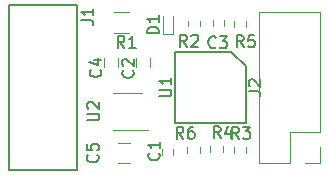
<source format=gto>
G04 #@! TF.FileFunction,Legend,Top*
%FSLAX46Y46*%
G04 Gerber Fmt 4.6, Leading zero omitted, Abs format (unit mm)*
G04 Created by KiCad (PCBNEW 4.0.6-e0-6349~53~ubuntu16.04.1) date Fri Jun 23 14:49:20 2017*
%MOMM*%
%LPD*%
G01*
G04 APERTURE LIST*
%ADD10C,0.100000*%
%ADD11C,0.200000*%
%ADD12C,0.120000*%
%ADD13C,0.150000*%
G04 APERTURE END LIST*
D10*
D11*
X112752381Y-107761905D02*
X113561905Y-107761905D01*
X113657143Y-107714286D01*
X113704762Y-107666667D01*
X113752381Y-107571429D01*
X113752381Y-107380952D01*
X113704762Y-107285714D01*
X113657143Y-107238095D01*
X113561905Y-107190476D01*
X112752381Y-107190476D01*
X113752381Y-106190476D02*
X113752381Y-106761905D01*
X113752381Y-106476191D02*
X112752381Y-106476191D01*
X112895238Y-106571429D01*
X112990476Y-106666667D01*
X113038095Y-106761905D01*
D12*
X112980000Y-112200000D02*
X112980000Y-112700000D01*
X113920000Y-112700000D02*
X113920000Y-112200000D01*
X112000000Y-104550000D02*
X112000000Y-105250000D01*
X110800000Y-105250000D02*
X110800000Y-104550000D01*
X117280000Y-101300000D02*
X117280000Y-101800000D01*
X118220000Y-101800000D02*
X118220000Y-101300000D01*
X108050000Y-105250000D02*
X108050000Y-104550000D01*
X109250000Y-104550000D02*
X109250000Y-105250000D01*
X113050000Y-102450000D02*
X113950000Y-102450000D01*
X113950000Y-102450000D02*
X113950000Y-101000000D01*
X113050000Y-102450000D02*
X113050000Y-101000000D01*
X115170000Y-101350000D02*
X115170000Y-101850000D01*
X116230000Y-101850000D02*
X116230000Y-101350000D01*
X119070000Y-112050000D02*
X119070000Y-112550000D01*
X120130000Y-112550000D02*
X120130000Y-112050000D01*
X117070000Y-112000000D02*
X117070000Y-112500000D01*
X118130000Y-112500000D02*
X118130000Y-112000000D01*
X119070000Y-101400000D02*
X119070000Y-101900000D01*
X120130000Y-101900000D02*
X120130000Y-101400000D01*
X115120000Y-112050000D02*
X115120000Y-112550000D01*
X116180000Y-112550000D02*
X116180000Y-112050000D01*
D13*
X120050000Y-105200000D02*
X120050000Y-110000000D01*
X120050000Y-110000000D02*
X114050000Y-110000000D01*
X114050000Y-110000000D02*
X114050000Y-104000000D01*
X114050000Y-104000000D02*
X118850000Y-104000000D01*
X118850000Y-104000000D02*
X120050000Y-105200000D01*
X100000000Y-100000000D02*
X105800000Y-100000000D01*
X100000000Y-114000000D02*
X100000000Y-100000000D01*
X105800000Y-114000000D02*
X100000000Y-114000000D01*
X105800000Y-100000000D02*
X105800000Y-114000000D01*
D12*
X109250000Y-113450000D02*
X110250000Y-113450000D01*
X110250000Y-111750000D02*
X109250000Y-111750000D01*
X126380000Y-110810000D02*
X126380000Y-100590000D01*
X126380000Y-100590000D02*
X121180000Y-100590000D01*
X121180000Y-100590000D02*
X121180000Y-113410000D01*
X121180000Y-113410000D02*
X123780000Y-113410000D01*
X123780000Y-113410000D02*
X123780000Y-110810000D01*
X123780000Y-110810000D02*
X126380000Y-110810000D01*
X126380000Y-112080000D02*
X126380000Y-113410000D01*
X126380000Y-113410000D02*
X125050000Y-113410000D01*
X108950000Y-100670000D02*
X110150000Y-100670000D01*
X110150000Y-102430000D02*
X108950000Y-102430000D01*
X111250000Y-107500000D02*
X108850000Y-107500000D01*
X108850000Y-110600000D02*
X111800000Y-110600000D01*
D13*
X112707143Y-112566666D02*
X112754762Y-112614285D01*
X112802381Y-112757142D01*
X112802381Y-112852380D01*
X112754762Y-112995238D01*
X112659524Y-113090476D01*
X112564286Y-113138095D01*
X112373810Y-113185714D01*
X112230952Y-113185714D01*
X112040476Y-113138095D01*
X111945238Y-113090476D01*
X111850000Y-112995238D01*
X111802381Y-112852380D01*
X111802381Y-112757142D01*
X111850000Y-112614285D01*
X111897619Y-112566666D01*
X112802381Y-111614285D02*
X112802381Y-112185714D01*
X112802381Y-111900000D02*
X111802381Y-111900000D01*
X111945238Y-111995238D01*
X112040476Y-112090476D01*
X112088095Y-112185714D01*
X110507143Y-105566666D02*
X110554762Y-105614285D01*
X110602381Y-105757142D01*
X110602381Y-105852380D01*
X110554762Y-105995238D01*
X110459524Y-106090476D01*
X110364286Y-106138095D01*
X110173810Y-106185714D01*
X110030952Y-106185714D01*
X109840476Y-106138095D01*
X109745238Y-106090476D01*
X109650000Y-105995238D01*
X109602381Y-105852380D01*
X109602381Y-105757142D01*
X109650000Y-105614285D01*
X109697619Y-105566666D01*
X109697619Y-105185714D02*
X109650000Y-105138095D01*
X109602381Y-105042857D01*
X109602381Y-104804761D01*
X109650000Y-104709523D01*
X109697619Y-104661904D01*
X109792857Y-104614285D01*
X109888095Y-104614285D01*
X110030952Y-104661904D01*
X110602381Y-105233333D01*
X110602381Y-104614285D01*
X117533334Y-103607143D02*
X117485715Y-103654762D01*
X117342858Y-103702381D01*
X117247620Y-103702381D01*
X117104762Y-103654762D01*
X117009524Y-103559524D01*
X116961905Y-103464286D01*
X116914286Y-103273810D01*
X116914286Y-103130952D01*
X116961905Y-102940476D01*
X117009524Y-102845238D01*
X117104762Y-102750000D01*
X117247620Y-102702381D01*
X117342858Y-102702381D01*
X117485715Y-102750000D01*
X117533334Y-102797619D01*
X117866667Y-102702381D02*
X118485715Y-102702381D01*
X118152381Y-103083333D01*
X118295239Y-103083333D01*
X118390477Y-103130952D01*
X118438096Y-103178571D01*
X118485715Y-103273810D01*
X118485715Y-103511905D01*
X118438096Y-103607143D01*
X118390477Y-103654762D01*
X118295239Y-103702381D01*
X118009524Y-103702381D01*
X117914286Y-103654762D01*
X117866667Y-103607143D01*
X107757143Y-105516666D02*
X107804762Y-105564285D01*
X107852381Y-105707142D01*
X107852381Y-105802380D01*
X107804762Y-105945238D01*
X107709524Y-106040476D01*
X107614286Y-106088095D01*
X107423810Y-106135714D01*
X107280952Y-106135714D01*
X107090476Y-106088095D01*
X106995238Y-106040476D01*
X106900000Y-105945238D01*
X106852381Y-105802380D01*
X106852381Y-105707142D01*
X106900000Y-105564285D01*
X106947619Y-105516666D01*
X107185714Y-104659523D02*
X107852381Y-104659523D01*
X106804762Y-104897619D02*
X107519048Y-105135714D01*
X107519048Y-104516666D01*
X112702381Y-102438095D02*
X111702381Y-102438095D01*
X111702381Y-102200000D01*
X111750000Y-102057142D01*
X111845238Y-101961904D01*
X111940476Y-101914285D01*
X112130952Y-101866666D01*
X112273810Y-101866666D01*
X112464286Y-101914285D01*
X112559524Y-101961904D01*
X112654762Y-102057142D01*
X112702381Y-102200000D01*
X112702381Y-102438095D01*
X112702381Y-100914285D02*
X112702381Y-101485714D01*
X112702381Y-101200000D02*
X111702381Y-101200000D01*
X111845238Y-101295238D01*
X111940476Y-101390476D01*
X111988095Y-101485714D01*
X115083334Y-103552381D02*
X114750000Y-103076190D01*
X114511905Y-103552381D02*
X114511905Y-102552381D01*
X114892858Y-102552381D01*
X114988096Y-102600000D01*
X115035715Y-102647619D01*
X115083334Y-102742857D01*
X115083334Y-102885714D01*
X115035715Y-102980952D01*
X114988096Y-103028571D01*
X114892858Y-103076190D01*
X114511905Y-103076190D01*
X115464286Y-102647619D02*
X115511905Y-102600000D01*
X115607143Y-102552381D01*
X115845239Y-102552381D01*
X115940477Y-102600000D01*
X115988096Y-102647619D01*
X116035715Y-102742857D01*
X116035715Y-102838095D01*
X115988096Y-102980952D01*
X115416667Y-103552381D01*
X116035715Y-103552381D01*
X119483334Y-111352381D02*
X119150000Y-110876190D01*
X118911905Y-111352381D02*
X118911905Y-110352381D01*
X119292858Y-110352381D01*
X119388096Y-110400000D01*
X119435715Y-110447619D01*
X119483334Y-110542857D01*
X119483334Y-110685714D01*
X119435715Y-110780952D01*
X119388096Y-110828571D01*
X119292858Y-110876190D01*
X118911905Y-110876190D01*
X119816667Y-110352381D02*
X120435715Y-110352381D01*
X120102381Y-110733333D01*
X120245239Y-110733333D01*
X120340477Y-110780952D01*
X120388096Y-110828571D01*
X120435715Y-110923810D01*
X120435715Y-111161905D01*
X120388096Y-111257143D01*
X120340477Y-111304762D01*
X120245239Y-111352381D01*
X119959524Y-111352381D01*
X119864286Y-111304762D01*
X119816667Y-111257143D01*
X117933334Y-111302381D02*
X117600000Y-110826190D01*
X117361905Y-111302381D02*
X117361905Y-110302381D01*
X117742858Y-110302381D01*
X117838096Y-110350000D01*
X117885715Y-110397619D01*
X117933334Y-110492857D01*
X117933334Y-110635714D01*
X117885715Y-110730952D01*
X117838096Y-110778571D01*
X117742858Y-110826190D01*
X117361905Y-110826190D01*
X118790477Y-110635714D02*
X118790477Y-111302381D01*
X118552381Y-110254762D02*
X118314286Y-110969048D01*
X118933334Y-110969048D01*
X119883334Y-103602381D02*
X119550000Y-103126190D01*
X119311905Y-103602381D02*
X119311905Y-102602381D01*
X119692858Y-102602381D01*
X119788096Y-102650000D01*
X119835715Y-102697619D01*
X119883334Y-102792857D01*
X119883334Y-102935714D01*
X119835715Y-103030952D01*
X119788096Y-103078571D01*
X119692858Y-103126190D01*
X119311905Y-103126190D01*
X120788096Y-102602381D02*
X120311905Y-102602381D01*
X120264286Y-103078571D01*
X120311905Y-103030952D01*
X120407143Y-102983333D01*
X120645239Y-102983333D01*
X120740477Y-103030952D01*
X120788096Y-103078571D01*
X120835715Y-103173810D01*
X120835715Y-103411905D01*
X120788096Y-103507143D01*
X120740477Y-103554762D01*
X120645239Y-103602381D01*
X120407143Y-103602381D01*
X120311905Y-103554762D01*
X120264286Y-103507143D01*
X114783334Y-111352381D02*
X114450000Y-110876190D01*
X114211905Y-111352381D02*
X114211905Y-110352381D01*
X114592858Y-110352381D01*
X114688096Y-110400000D01*
X114735715Y-110447619D01*
X114783334Y-110542857D01*
X114783334Y-110685714D01*
X114735715Y-110780952D01*
X114688096Y-110828571D01*
X114592858Y-110876190D01*
X114211905Y-110876190D01*
X115640477Y-110352381D02*
X115450000Y-110352381D01*
X115354762Y-110400000D01*
X115307143Y-110447619D01*
X115211905Y-110590476D01*
X115164286Y-110780952D01*
X115164286Y-111161905D01*
X115211905Y-111257143D01*
X115259524Y-111304762D01*
X115354762Y-111352381D01*
X115545239Y-111352381D01*
X115640477Y-111304762D01*
X115688096Y-111257143D01*
X115735715Y-111161905D01*
X115735715Y-110923810D01*
X115688096Y-110828571D01*
X115640477Y-110780952D01*
X115545239Y-110733333D01*
X115354762Y-110733333D01*
X115259524Y-110780952D01*
X115211905Y-110828571D01*
X115164286Y-110923810D01*
X106152381Y-101333333D02*
X106866667Y-101333333D01*
X107009524Y-101380953D01*
X107104762Y-101476191D01*
X107152381Y-101619048D01*
X107152381Y-101714286D01*
X107152381Y-100333333D02*
X107152381Y-100904762D01*
X107152381Y-100619048D02*
X106152381Y-100619048D01*
X106295238Y-100714286D01*
X106390476Y-100809524D01*
X106438095Y-100904762D01*
X107507143Y-112716666D02*
X107554762Y-112764285D01*
X107602381Y-112907142D01*
X107602381Y-113002380D01*
X107554762Y-113145238D01*
X107459524Y-113240476D01*
X107364286Y-113288095D01*
X107173810Y-113335714D01*
X107030952Y-113335714D01*
X106840476Y-113288095D01*
X106745238Y-113240476D01*
X106650000Y-113145238D01*
X106602381Y-113002380D01*
X106602381Y-112907142D01*
X106650000Y-112764285D01*
X106697619Y-112716666D01*
X106602381Y-111811904D02*
X106602381Y-112288095D01*
X107078571Y-112335714D01*
X107030952Y-112288095D01*
X106983333Y-112192857D01*
X106983333Y-111954761D01*
X107030952Y-111859523D01*
X107078571Y-111811904D01*
X107173810Y-111764285D01*
X107411905Y-111764285D01*
X107507143Y-111811904D01*
X107554762Y-111859523D01*
X107602381Y-111954761D01*
X107602381Y-112192857D01*
X107554762Y-112288095D01*
X107507143Y-112335714D01*
X120302381Y-107333333D02*
X121016667Y-107333333D01*
X121159524Y-107380953D01*
X121254762Y-107476191D01*
X121302381Y-107619048D01*
X121302381Y-107714286D01*
X120397619Y-106904762D02*
X120350000Y-106857143D01*
X120302381Y-106761905D01*
X120302381Y-106523809D01*
X120350000Y-106428571D01*
X120397619Y-106380952D01*
X120492857Y-106333333D01*
X120588095Y-106333333D01*
X120730952Y-106380952D01*
X121302381Y-106952381D01*
X121302381Y-106333333D01*
X109783334Y-103652381D02*
X109450000Y-103176190D01*
X109211905Y-103652381D02*
X109211905Y-102652381D01*
X109592858Y-102652381D01*
X109688096Y-102700000D01*
X109735715Y-102747619D01*
X109783334Y-102842857D01*
X109783334Y-102985714D01*
X109735715Y-103080952D01*
X109688096Y-103128571D01*
X109592858Y-103176190D01*
X109211905Y-103176190D01*
X110735715Y-103652381D02*
X110164286Y-103652381D01*
X110450000Y-103652381D02*
X110450000Y-102652381D01*
X110354762Y-102795238D01*
X110259524Y-102890476D01*
X110164286Y-102938095D01*
X106652381Y-109811905D02*
X107461905Y-109811905D01*
X107557143Y-109764286D01*
X107604762Y-109716667D01*
X107652381Y-109621429D01*
X107652381Y-109430952D01*
X107604762Y-109335714D01*
X107557143Y-109288095D01*
X107461905Y-109240476D01*
X106652381Y-109240476D01*
X106747619Y-108811905D02*
X106700000Y-108764286D01*
X106652381Y-108669048D01*
X106652381Y-108430952D01*
X106700000Y-108335714D01*
X106747619Y-108288095D01*
X106842857Y-108240476D01*
X106938095Y-108240476D01*
X107080952Y-108288095D01*
X107652381Y-108859524D01*
X107652381Y-108240476D01*
M02*

</source>
